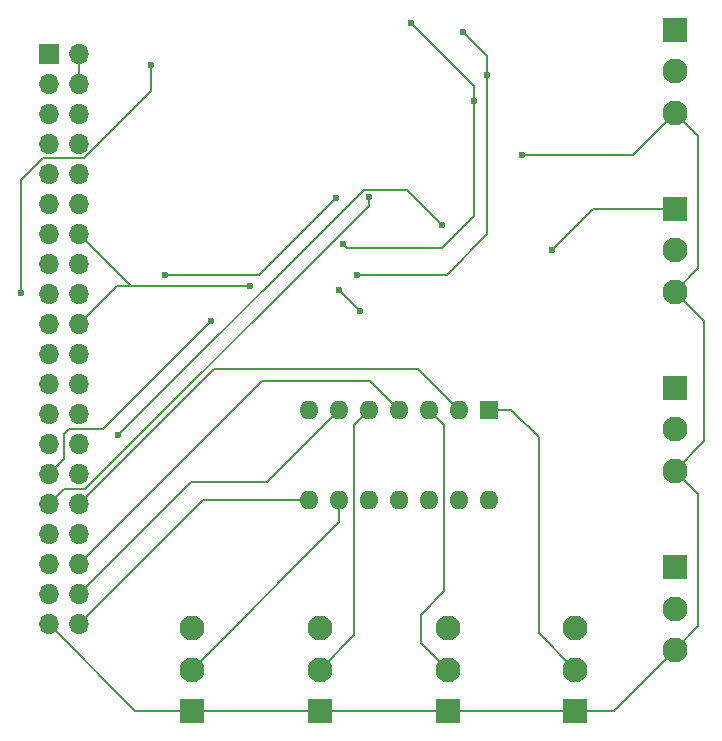
<source format=gbl>
%TF.GenerationSoftware,KiCad,Pcbnew,8.0.5*%
%TF.CreationDate,2024-10-20T15:20:27-04:00*%
%TF.ProjectId,Jetson_Extension_Board,4a657473-6f6e-45f4-9578-74656e73696f,rev?*%
%TF.SameCoordinates,Original*%
%TF.FileFunction,Copper,L2,Bot*%
%TF.FilePolarity,Positive*%
%FSLAX46Y46*%
G04 Gerber Fmt 4.6, Leading zero omitted, Abs format (unit mm)*
G04 Created by KiCad (PCBNEW 8.0.5) date 2024-10-20 15:20:27*
%MOMM*%
%LPD*%
G01*
G04 APERTURE LIST*
%TA.AperFunction,ComponentPad*%
%ADD10R,2.100000X2.100000*%
%TD*%
%TA.AperFunction,ComponentPad*%
%ADD11C,2.100000*%
%TD*%
%TA.AperFunction,ComponentPad*%
%ADD12R,1.700000X1.700000*%
%TD*%
%TA.AperFunction,ComponentPad*%
%ADD13O,1.700000X1.700000*%
%TD*%
%TA.AperFunction,ComponentPad*%
%ADD14R,1.600000X1.600000*%
%TD*%
%TA.AperFunction,ComponentPad*%
%ADD15O,1.600000X1.600000*%
%TD*%
%TA.AperFunction,ViaPad*%
%ADD16C,0.600000*%
%TD*%
%TA.AperFunction,Conductor*%
%ADD17C,0.200000*%
%TD*%
G04 APERTURE END LIST*
D10*
%TO.P,J3,1,1*%
%TO.N,GND*%
X147766667Y-154162500D03*
D11*
%TO.P,J3,2,2*%
%TO.N,Net-(J3-Pad2)*%
X147766667Y-150662500D03*
%TO.P,J3,3,3*%
%TO.N,5V*%
X147766667Y-147162500D03*
%TD*%
D10*
%TO.P,J7,1,1*%
%TO.N,3.3V*%
X167000000Y-142000000D03*
D11*
%TO.P,J7,2,2*%
%TO.N,/ADC/Signal 1*%
X167000000Y-145500000D03*
%TO.P,J7,3,3*%
%TO.N,GND*%
X167000000Y-149000000D03*
%TD*%
D10*
%TO.P,J4,1,1*%
%TO.N,GND*%
X136933334Y-154162500D03*
D11*
%TO.P,J4,2,2*%
%TO.N,Net-(J4-Pad2)*%
X136933334Y-150662500D03*
%TO.P,J4,3,3*%
%TO.N,5V*%
X136933334Y-147162500D03*
%TD*%
D12*
%TO.P,J6,1,Pin_1*%
%TO.N,3.3V*%
X114000000Y-98560000D03*
D13*
%TO.P,J6,2,Pin_2*%
%TO.N,5V*%
X116540000Y-98560000D03*
%TO.P,J6,3,Pin_3*%
%TO.N,/I2C_2_SDA*%
X114000000Y-101100000D03*
%TO.P,J6,4,Pin_4*%
%TO.N,5V*%
X116540000Y-101100000D03*
%TO.P,J6,5,Pin_5*%
%TO.N,/I2C_2_SCL*%
X114000000Y-103640000D03*
%TO.P,J6,6,Pin_6*%
%TO.N,GND*%
X116540000Y-103640000D03*
%TO.P,J6,7,Pin_7*%
%TO.N,ADC ALERT*%
X114000000Y-106180000D03*
%TO.P,J6,8,Pin_8*%
%TO.N,/UART_2_TX*%
X116540000Y-106180000D03*
%TO.P,J6,9,Pin_9*%
%TO.N,GND*%
X114000000Y-108720000D03*
%TO.P,J6,10,Pin_10*%
%TO.N,/UART_2_RX*%
X116540000Y-108720000D03*
%TO.P,J6,11,Pin_11*%
%TO.N,/gpio50*%
X114000000Y-111260000D03*
%TO.P,J6,12,Pin_12*%
%TO.N,/gpio79*%
X116540000Y-111260000D03*
%TO.P,J6,13,Pin_13*%
%TO.N,/gpio14*%
X114000000Y-113800000D03*
%TO.P,J6,14,Pin_14*%
%TO.N,GND*%
X116540000Y-113800000D03*
%TO.P,J6,15,Pin_15*%
%TO.N,/gpio194*%
X114000000Y-116340000D03*
%TO.P,J6,16,Pin_16*%
%TO.N,/gpio232*%
X116540000Y-116340000D03*
%TO.P,J6,17,Pin_17*%
%TO.N,3.3V*%
X114000000Y-118880000D03*
%TO.P,J6,18,Pin_18*%
%TO.N,/gpio15*%
X116540000Y-118880000D03*
%TO.P,J6,19,Pin_19*%
%TO.N,/gpio16*%
X114000000Y-121420000D03*
%TO.P,J6,20,Pin_20*%
%TO.N,GND*%
X116540000Y-121420000D03*
%TO.P,J6,21,Pin_21*%
%TO.N,/gpio17*%
X114000000Y-123960000D03*
%TO.P,J6,22,Pin_22*%
%TO.N,/gpio13*%
X116540000Y-123960000D03*
%TO.P,J6,23,Pin_23*%
%TO.N,/gpio18*%
X114000000Y-126500000D03*
%TO.P,J6,24,Pin_24*%
%TO.N,/gpio19*%
X116540000Y-126500000D03*
%TO.P,J6,25,Pin_25*%
%TO.N,GND*%
X114000000Y-129040000D03*
%TO.P,J6,26,Pin_26*%
%TO.N,/gpio20*%
X116540000Y-129040000D03*
%TO.P,J6,27,Pin_27*%
%TO.N,/I2C_1_SDA*%
X114000000Y-131580000D03*
%TO.P,J6,28,Pin_28*%
%TO.N,/I2C_1_SCL*%
X116540000Y-131580000D03*
%TO.P,J6,29,Pin_29*%
%TO.N,IMU nRESET*%
X114000000Y-134120000D03*
%TO.P,J6,30,Pin_30*%
%TO.N,GND*%
X116540000Y-134120000D03*
%TO.P,J6,31,Pin_31*%
%TO.N,IMU INT*%
X114000000Y-136660000D03*
%TO.P,J6,32,Pin_32*%
%TO.N,ST 1*%
X116540000Y-136660000D03*
%TO.P,J6,33,Pin_33*%
%TO.N,IMU nBOOT*%
X114000000Y-139200000D03*
%TO.P,J6,34,Pin_34*%
%TO.N,GND*%
X116540000Y-139200000D03*
%TO.P,J6,35,Pin_35*%
%TO.N,COM 3*%
X114000000Y-141740000D03*
%TO.P,J6,36,Pin_36*%
%TO.N,ST 2*%
X116540000Y-141740000D03*
%TO.P,J6,37,Pin_37*%
%TO.N,/gpio12*%
X114000000Y-144280000D03*
%TO.P,J6,38,Pin_38*%
%TO.N,ST 3*%
X116540000Y-144280000D03*
%TO.P,J6,39,Pin_39*%
%TO.N,GND*%
X114000000Y-146820000D03*
%TO.P,J6,40,Pin_40*%
%TO.N,ST 4*%
X116540000Y-146820000D03*
%TD*%
D10*
%TO.P,J10,1,1*%
%TO.N,3.3V*%
X167000000Y-96500000D03*
D11*
%TO.P,J10,2,2*%
%TO.N,/ADC/Signal 4*%
X167000000Y-100000000D03*
%TO.P,J10,3,3*%
%TO.N,GND*%
X167000000Y-103500000D03*
%TD*%
D10*
%TO.P,J8,1,1*%
%TO.N,3.3V*%
X167000000Y-126833332D03*
D11*
%TO.P,J8,2,2*%
%TO.N,/ADC/Signal 2*%
X167000000Y-130333332D03*
%TO.P,J8,3,3*%
%TO.N,GND*%
X167000000Y-133833332D03*
%TD*%
D10*
%TO.P,J9,1,1*%
%TO.N,3.3V*%
X167000000Y-111666666D03*
D11*
%TO.P,J9,2,2*%
%TO.N,/ADC/Signal 3*%
X167000000Y-115166666D03*
%TO.P,J9,3,3*%
%TO.N,GND*%
X167000000Y-118666666D03*
%TD*%
D14*
%TO.P,U2,1*%
%TO.N,Net-(J2-Pad2)*%
X151260000Y-128662500D03*
D15*
%TO.P,U2,2*%
%TO.N,ST 1*%
X148720000Y-128662500D03*
%TO.P,U2,3*%
%TO.N,Net-(J3-Pad2)*%
X146180000Y-128662500D03*
%TO.P,U2,4*%
%TO.N,ST 2*%
X143640000Y-128662500D03*
%TO.P,U2,5*%
%TO.N,Net-(J4-Pad2)*%
X141100000Y-128662500D03*
%TO.P,U2,6*%
%TO.N,ST 3*%
X138560000Y-128662500D03*
%TO.P,U2,7,GND*%
%TO.N,GND*%
X136020000Y-128662500D03*
%TO.P,U2,8*%
%TO.N,ST 4*%
X136020000Y-136282500D03*
%TO.P,U2,9*%
%TO.N,Net-(J5-Pad2)*%
X138560000Y-136282500D03*
%TO.P,U2,10*%
%TO.N,unconnected-(U2-Pad10)*%
X141100000Y-136282500D03*
%TO.P,U2,11*%
%TO.N,unconnected-(U2-Pad11)*%
X143640000Y-136282500D03*
%TO.P,U2,12*%
%TO.N,unconnected-(U2-Pad12)*%
X146180000Y-136282500D03*
%TO.P,U2,13*%
%TO.N,unconnected-(U2-Pad13)*%
X148720000Y-136282500D03*
%TO.P,U2,14,5V*%
%TO.N,5V*%
X151260000Y-136282500D03*
%TD*%
D10*
%TO.P,J2,1,1*%
%TO.N,GND*%
X158600000Y-154162500D03*
D11*
%TO.P,J2,2,2*%
%TO.N,Net-(J2-Pad2)*%
X158600000Y-150662500D03*
%TO.P,J2,3,3*%
%TO.N,5V*%
X158600000Y-147162500D03*
%TD*%
D10*
%TO.P,J5,1,1*%
%TO.N,GND*%
X126100000Y-154162500D03*
D11*
%TO.P,J5,2,2*%
%TO.N,Net-(J5-Pad2)*%
X126100000Y-150662500D03*
%TO.P,J5,3,3*%
%TO.N,5V*%
X126100000Y-147162500D03*
%TD*%
D16*
%TO.N,GND*%
X154051000Y-107061000D03*
X131064000Y-118207500D03*
X138557000Y-118491000D03*
X140335000Y-120269000D03*
%TO.N,3.3V*%
X122682000Y-99441000D03*
X156591000Y-115132500D03*
X111633000Y-118745000D03*
%TO.N,IMU nBOOT*%
X119888000Y-130810000D03*
X147320000Y-113030000D03*
%TO.N,IMU nRESET*%
X127762000Y-121158000D03*
%TO.N,/I2C_2_SDA*%
X140081000Y-117221000D03*
X151130000Y-100330000D03*
X149098000Y-96647000D03*
%TO.N,/I2C_2_SCL*%
X138938000Y-114620000D03*
X144653000Y-95885000D03*
X149987000Y-102489000D03*
%TO.N,IMU INT*%
X141097000Y-110617000D03*
%TO.N,COM 3*%
X138303000Y-110744000D03*
X123825000Y-117221000D03*
%TD*%
D17*
%TO.N,GND*%
X147766667Y-154162500D02*
X158600000Y-154162500D01*
X154051000Y-107061000D02*
X163439000Y-107061000D01*
X169000000Y-105500000D02*
X167000000Y-103500000D01*
X140335000Y-120269000D02*
X138557000Y-118491000D01*
X120947500Y-118207500D02*
X121793000Y-118207500D01*
X136933334Y-154162500D02*
X147766667Y-154162500D01*
X131064000Y-118207500D02*
X121793000Y-118207500D01*
X121342500Y-154162500D02*
X126100000Y-154162500D01*
X169500000Y-121166666D02*
X167000000Y-118666666D01*
X169500000Y-131333332D02*
X169500000Y-121166666D01*
X126100000Y-154162500D02*
X136933334Y-154162500D01*
X163439000Y-107061000D02*
X167000000Y-103500000D01*
X167000000Y-118666666D02*
X169000000Y-116666666D01*
X167000000Y-149000000D02*
X169000000Y-147000000D01*
X158600000Y-154162500D02*
X161837500Y-154162500D01*
X169000000Y-116666666D02*
X169000000Y-105500000D01*
X116540000Y-113800000D02*
X120947500Y-118207500D01*
X121793000Y-118207500D02*
X119752500Y-118207500D01*
X169000000Y-135833332D02*
X167000000Y-133833332D01*
X161837500Y-154162500D02*
X167000000Y-149000000D01*
X169000000Y-147000000D02*
X169000000Y-135833332D01*
X167000000Y-133833332D02*
X169500000Y-131333332D01*
X114000000Y-146820000D02*
X121342500Y-154162500D01*
X119752500Y-118207500D02*
X116540000Y-121420000D01*
%TO.N,3.3V*%
X111633000Y-118745000D02*
X111633000Y-109220654D01*
X160056834Y-111666666D02*
X167000000Y-111666666D01*
X113523654Y-107330000D02*
X117016346Y-107330000D01*
X156591000Y-115132500D02*
X160056834Y-111666666D01*
X111633000Y-109220654D02*
X113523654Y-107330000D01*
X122682000Y-101664346D02*
X122682000Y-99441000D01*
X117016346Y-107330000D02*
X122682000Y-101664346D01*
%TO.N,Net-(J2-Pad2)*%
X158600000Y-150662500D02*
X155500000Y-147562500D01*
X153162500Y-128662500D02*
X151260000Y-128662500D01*
X155500000Y-131000000D02*
X153162500Y-128662500D01*
X155500000Y-147562500D02*
X155500000Y-131000000D01*
%TO.N,5V*%
X116540000Y-98560000D02*
X116540000Y-101100000D01*
%TO.N,Net-(J3-Pad2)*%
X145500000Y-146000000D02*
X147500000Y-144000000D01*
X145500000Y-148395833D02*
X145500000Y-146000000D01*
X147766667Y-150662500D02*
X145500000Y-148395833D01*
X147500000Y-144000000D02*
X147500000Y-129982500D01*
X147500000Y-129982500D02*
X146180000Y-128662500D01*
%TO.N,Net-(J4-Pad2)*%
X139827000Y-129935500D02*
X141100000Y-128662500D01*
X139827000Y-147768834D02*
X139827000Y-129935500D01*
X136933334Y-150662500D02*
X139827000Y-147768834D01*
%TO.N,Net-(J5-Pad2)*%
X126100000Y-150662500D02*
X138560000Y-138202500D01*
X138560000Y-138202500D02*
X138560000Y-136282500D01*
%TO.N,ST 4*%
X127077500Y-136282500D02*
X116540000Y-146820000D01*
X136020000Y-136282500D02*
X127077500Y-136282500D01*
%TO.N,IMU nBOOT*%
X144307000Y-110017000D02*
X140681000Y-110017000D01*
X147320000Y-113030000D02*
X144307000Y-110017000D01*
X140681000Y-110017000D02*
X119888000Y-130810000D01*
%TO.N,IMU nRESET*%
X115316000Y-130683000D02*
X115316000Y-132804000D01*
X127762000Y-121158000D02*
X118618000Y-130302000D01*
X115316000Y-132804000D02*
X114000000Y-134120000D01*
X115697000Y-130302000D02*
X115316000Y-130683000D01*
X118618000Y-130302000D02*
X115697000Y-130302000D01*
%TO.N,/I2C_2_SDA*%
X140081000Y-117221000D02*
X147701000Y-117221000D01*
X151130000Y-100330000D02*
X151130000Y-98679000D01*
X147701000Y-117221000D02*
X151130000Y-113792000D01*
X151130000Y-98679000D02*
X149098000Y-96647000D01*
X151130000Y-113792000D02*
X151130000Y-100330000D01*
%TO.N,/I2C_2_SCL*%
X149987000Y-101219000D02*
X149987000Y-102489000D01*
X139253000Y-114935000D02*
X147320000Y-114935000D01*
X147320000Y-114935000D02*
X149987000Y-112268000D01*
X144653000Y-95885000D02*
X149987000Y-101219000D01*
X149987000Y-112268000D02*
X149987000Y-102489000D01*
X138938000Y-114620000D02*
X139253000Y-114935000D01*
%TO.N,ST 1*%
X145279500Y-125222000D02*
X127978000Y-125222000D01*
X148720000Y-128662500D02*
X145279500Y-125222000D01*
X127978000Y-125222000D02*
X116540000Y-136660000D01*
%TO.N,ST 3*%
X116540000Y-144280000D02*
X126073000Y-134747000D01*
X126073000Y-134747000D02*
X132475500Y-134747000D01*
X132475500Y-134747000D02*
X138560000Y-128662500D01*
%TO.N,IMU INT*%
X115278000Y-135382000D02*
X114000000Y-136660000D01*
X117094000Y-135382000D02*
X115278000Y-135382000D01*
X141097000Y-110617000D02*
X141097000Y-111379000D01*
X141097000Y-111379000D02*
X117094000Y-135382000D01*
%TO.N,COM 3*%
X138303000Y-110744000D02*
X131826000Y-117221000D01*
X131826000Y-117221000D02*
X123825000Y-117221000D01*
%TO.N,ST 2*%
X116540000Y-141740000D02*
X132042000Y-126238000D01*
X132042000Y-126238000D02*
X141215500Y-126238000D01*
X141215500Y-126238000D02*
X143640000Y-128662500D01*
%TD*%
M02*

</source>
